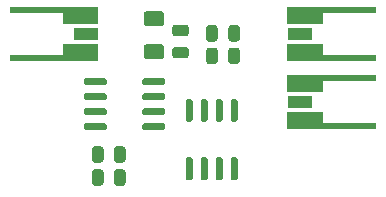
<source format=gbr>
G04 #@! TF.GenerationSoftware,KiCad,Pcbnew,(5.1.6-0-10_14)*
G04 #@! TF.CreationDate,2020-09-02T22:45:38+09:00*
G04 #@! TF.ProjectId,teabiscuits,74656162-6973-4637-9569-74732e6b6963,rev?*
G04 #@! TF.SameCoordinates,Original*
G04 #@! TF.FileFunction,Paste,Top*
G04 #@! TF.FilePolarity,Positive*
%FSLAX46Y46*%
G04 Gerber Fmt 4.6, Leading zero omitted, Abs format (unit mm)*
G04 Created by KiCad (PCBNEW (5.1.6-0-10_14)) date 2020-09-02 22:45:38*
%MOMM*%
%LPD*%
G01*
G04 APERTURE LIST*
%ADD10C,0.100000*%
%ADD11R,2.100000X1.100000*%
G04 APERTURE END LIST*
D10*
G36*
X156550000Y-132860000D02*
G01*
X149050000Y-132860000D01*
X149050000Y-132310000D01*
X153550000Y-132310000D01*
X153550000Y-131380000D01*
X156550000Y-131380000D01*
X156550000Y-132860000D01*
G37*
G36*
X156550000Y-129740000D02*
G01*
X153550000Y-129740000D01*
X153550000Y-128810000D01*
X149050000Y-128810000D01*
X149050000Y-128260000D01*
X156550000Y-128260000D01*
X156550000Y-129740000D01*
G37*
D11*
X155500000Y-130560000D03*
D10*
G36*
X172550000Y-128260000D02*
G01*
X180050000Y-128260000D01*
X180050000Y-128810000D01*
X175550000Y-128810000D01*
X175550000Y-129740000D01*
X172550000Y-129740000D01*
X172550000Y-128260000D01*
G37*
G36*
X172550000Y-131380000D02*
G01*
X175550000Y-131380000D01*
X175550000Y-132310000D01*
X180050000Y-132310000D01*
X180050000Y-132860000D01*
X172550000Y-132860000D01*
X172550000Y-131380000D01*
G37*
D11*
X173600000Y-130560000D03*
D10*
G36*
X172550000Y-134000000D02*
G01*
X180050000Y-134000000D01*
X180050000Y-134550000D01*
X175550000Y-134550000D01*
X175550000Y-135480000D01*
X172550000Y-135480000D01*
X172550000Y-134000000D01*
G37*
G36*
X172550000Y-137120000D02*
G01*
X175550000Y-137120000D01*
X175550000Y-138050000D01*
X180050000Y-138050000D01*
X180050000Y-138600000D01*
X172550000Y-138600000D01*
X172550000Y-137120000D01*
G37*
D11*
X173600000Y-136300000D03*
G36*
G01*
X167550000Y-130956250D02*
X167550000Y-130043750D01*
G75*
G02*
X167793750Y-129800000I243750J0D01*
G01*
X168281250Y-129800000D01*
G75*
G02*
X168525000Y-130043750I0J-243750D01*
G01*
X168525000Y-130956250D01*
G75*
G02*
X168281250Y-131200000I-243750J0D01*
G01*
X167793750Y-131200000D01*
G75*
G02*
X167550000Y-130956250I0J243750D01*
G01*
G37*
G36*
G01*
X165675000Y-130956250D02*
X165675000Y-130043750D01*
G75*
G02*
X165918750Y-129800000I243750J0D01*
G01*
X166406250Y-129800000D01*
G75*
G02*
X166650000Y-130043750I0J-243750D01*
G01*
X166650000Y-130956250D01*
G75*
G02*
X166406250Y-131200000I-243750J0D01*
G01*
X165918750Y-131200000D01*
G75*
G02*
X165675000Y-130956250I0J243750D01*
G01*
G37*
G36*
G01*
X167550000Y-132856250D02*
X167550000Y-131943750D01*
G75*
G02*
X167793750Y-131700000I243750J0D01*
G01*
X168281250Y-131700000D01*
G75*
G02*
X168525000Y-131943750I0J-243750D01*
G01*
X168525000Y-132856250D01*
G75*
G02*
X168281250Y-133100000I-243750J0D01*
G01*
X167793750Y-133100000D01*
G75*
G02*
X167550000Y-132856250I0J243750D01*
G01*
G37*
G36*
G01*
X165675000Y-132856250D02*
X165675000Y-131943750D01*
G75*
G02*
X165918750Y-131700000I243750J0D01*
G01*
X166406250Y-131700000D01*
G75*
G02*
X166650000Y-131943750I0J-243750D01*
G01*
X166650000Y-132856250D01*
G75*
G02*
X166406250Y-133100000I-243750J0D01*
G01*
X165918750Y-133100000D01*
G75*
G02*
X165675000Y-132856250I0J243750D01*
G01*
G37*
G36*
G01*
X156987500Y-142243750D02*
X156987500Y-143156250D01*
G75*
G02*
X156743750Y-143400000I-243750J0D01*
G01*
X156256250Y-143400000D01*
G75*
G02*
X156012500Y-143156250I0J243750D01*
G01*
X156012500Y-142243750D01*
G75*
G02*
X156256250Y-142000000I243750J0D01*
G01*
X156743750Y-142000000D01*
G75*
G02*
X156987500Y-142243750I0J-243750D01*
G01*
G37*
G36*
G01*
X158862500Y-142243750D02*
X158862500Y-143156250D01*
G75*
G02*
X158618750Y-143400000I-243750J0D01*
G01*
X158131250Y-143400000D01*
G75*
G02*
X157887500Y-143156250I0J243750D01*
G01*
X157887500Y-142243750D01*
G75*
G02*
X158131250Y-142000000I243750J0D01*
G01*
X158618750Y-142000000D01*
G75*
G02*
X158862500Y-142243750I0J-243750D01*
G01*
G37*
G36*
G01*
X164380000Y-142950000D02*
X164080000Y-142950000D01*
G75*
G02*
X163930000Y-142800000I0J150000D01*
G01*
X163930000Y-141150000D01*
G75*
G02*
X164080000Y-141000000I150000J0D01*
G01*
X164380000Y-141000000D01*
G75*
G02*
X164530000Y-141150000I0J-150000D01*
G01*
X164530000Y-142800000D01*
G75*
G02*
X164380000Y-142950000I-150000J0D01*
G01*
G37*
G36*
G01*
X165650000Y-142950000D02*
X165350000Y-142950000D01*
G75*
G02*
X165200000Y-142800000I0J150000D01*
G01*
X165200000Y-141150000D01*
G75*
G02*
X165350000Y-141000000I150000J0D01*
G01*
X165650000Y-141000000D01*
G75*
G02*
X165800000Y-141150000I0J-150000D01*
G01*
X165800000Y-142800000D01*
G75*
G02*
X165650000Y-142950000I-150000J0D01*
G01*
G37*
G36*
G01*
X166920000Y-142950000D02*
X166620000Y-142950000D01*
G75*
G02*
X166470000Y-142800000I0J150000D01*
G01*
X166470000Y-141150000D01*
G75*
G02*
X166620000Y-141000000I150000J0D01*
G01*
X166920000Y-141000000D01*
G75*
G02*
X167070000Y-141150000I0J-150000D01*
G01*
X167070000Y-142800000D01*
G75*
G02*
X166920000Y-142950000I-150000J0D01*
G01*
G37*
G36*
G01*
X168190000Y-142950000D02*
X167890000Y-142950000D01*
G75*
G02*
X167740000Y-142800000I0J150000D01*
G01*
X167740000Y-141150000D01*
G75*
G02*
X167890000Y-141000000I150000J0D01*
G01*
X168190000Y-141000000D01*
G75*
G02*
X168340000Y-141150000I0J-150000D01*
G01*
X168340000Y-142800000D01*
G75*
G02*
X168190000Y-142950000I-150000J0D01*
G01*
G37*
G36*
G01*
X168190000Y-138000000D02*
X167890000Y-138000000D01*
G75*
G02*
X167740000Y-137850000I0J150000D01*
G01*
X167740000Y-136200000D01*
G75*
G02*
X167890000Y-136050000I150000J0D01*
G01*
X168190000Y-136050000D01*
G75*
G02*
X168340000Y-136200000I0J-150000D01*
G01*
X168340000Y-137850000D01*
G75*
G02*
X168190000Y-138000000I-150000J0D01*
G01*
G37*
G36*
G01*
X166920000Y-138000000D02*
X166620000Y-138000000D01*
G75*
G02*
X166470000Y-137850000I0J150000D01*
G01*
X166470000Y-136200000D01*
G75*
G02*
X166620000Y-136050000I150000J0D01*
G01*
X166920000Y-136050000D01*
G75*
G02*
X167070000Y-136200000I0J-150000D01*
G01*
X167070000Y-137850000D01*
G75*
G02*
X166920000Y-138000000I-150000J0D01*
G01*
G37*
G36*
G01*
X165650000Y-138000000D02*
X165350000Y-138000000D01*
G75*
G02*
X165200000Y-137850000I0J150000D01*
G01*
X165200000Y-136200000D01*
G75*
G02*
X165350000Y-136050000I150000J0D01*
G01*
X165650000Y-136050000D01*
G75*
G02*
X165800000Y-136200000I0J-150000D01*
G01*
X165800000Y-137850000D01*
G75*
G02*
X165650000Y-138000000I-150000J0D01*
G01*
G37*
G36*
G01*
X164380000Y-138000000D02*
X164080000Y-138000000D01*
G75*
G02*
X163930000Y-137850000I0J150000D01*
G01*
X163930000Y-136200000D01*
G75*
G02*
X164080000Y-136050000I150000J0D01*
G01*
X164380000Y-136050000D01*
G75*
G02*
X164530000Y-136200000I0J-150000D01*
G01*
X164530000Y-137850000D01*
G75*
G02*
X164380000Y-138000000I-150000J0D01*
G01*
G37*
G36*
G01*
X160250000Y-134745000D02*
X160250000Y-134445000D01*
G75*
G02*
X160400000Y-134295000I150000J0D01*
G01*
X162050000Y-134295000D01*
G75*
G02*
X162200000Y-134445000I0J-150000D01*
G01*
X162200000Y-134745000D01*
G75*
G02*
X162050000Y-134895000I-150000J0D01*
G01*
X160400000Y-134895000D01*
G75*
G02*
X160250000Y-134745000I0J150000D01*
G01*
G37*
G36*
G01*
X160250000Y-136015000D02*
X160250000Y-135715000D01*
G75*
G02*
X160400000Y-135565000I150000J0D01*
G01*
X162050000Y-135565000D01*
G75*
G02*
X162200000Y-135715000I0J-150000D01*
G01*
X162200000Y-136015000D01*
G75*
G02*
X162050000Y-136165000I-150000J0D01*
G01*
X160400000Y-136165000D01*
G75*
G02*
X160250000Y-136015000I0J150000D01*
G01*
G37*
G36*
G01*
X160250000Y-137285000D02*
X160250000Y-136985000D01*
G75*
G02*
X160400000Y-136835000I150000J0D01*
G01*
X162050000Y-136835000D01*
G75*
G02*
X162200000Y-136985000I0J-150000D01*
G01*
X162200000Y-137285000D01*
G75*
G02*
X162050000Y-137435000I-150000J0D01*
G01*
X160400000Y-137435000D01*
G75*
G02*
X160250000Y-137285000I0J150000D01*
G01*
G37*
G36*
G01*
X160250000Y-138555000D02*
X160250000Y-138255000D01*
G75*
G02*
X160400000Y-138105000I150000J0D01*
G01*
X162050000Y-138105000D01*
G75*
G02*
X162200000Y-138255000I0J-150000D01*
G01*
X162200000Y-138555000D01*
G75*
G02*
X162050000Y-138705000I-150000J0D01*
G01*
X160400000Y-138705000D01*
G75*
G02*
X160250000Y-138555000I0J150000D01*
G01*
G37*
G36*
G01*
X155300000Y-138555000D02*
X155300000Y-138255000D01*
G75*
G02*
X155450000Y-138105000I150000J0D01*
G01*
X157100000Y-138105000D01*
G75*
G02*
X157250000Y-138255000I0J-150000D01*
G01*
X157250000Y-138555000D01*
G75*
G02*
X157100000Y-138705000I-150000J0D01*
G01*
X155450000Y-138705000D01*
G75*
G02*
X155300000Y-138555000I0J150000D01*
G01*
G37*
G36*
G01*
X155300000Y-137285000D02*
X155300000Y-136985000D01*
G75*
G02*
X155450000Y-136835000I150000J0D01*
G01*
X157100000Y-136835000D01*
G75*
G02*
X157250000Y-136985000I0J-150000D01*
G01*
X157250000Y-137285000D01*
G75*
G02*
X157100000Y-137435000I-150000J0D01*
G01*
X155450000Y-137435000D01*
G75*
G02*
X155300000Y-137285000I0J150000D01*
G01*
G37*
G36*
G01*
X155300000Y-136015000D02*
X155300000Y-135715000D01*
G75*
G02*
X155450000Y-135565000I150000J0D01*
G01*
X157100000Y-135565000D01*
G75*
G02*
X157250000Y-135715000I0J-150000D01*
G01*
X157250000Y-136015000D01*
G75*
G02*
X157100000Y-136165000I-150000J0D01*
G01*
X155450000Y-136165000D01*
G75*
G02*
X155300000Y-136015000I0J150000D01*
G01*
G37*
G36*
G01*
X155300000Y-134745000D02*
X155300000Y-134445000D01*
G75*
G02*
X155450000Y-134295000I150000J0D01*
G01*
X157100000Y-134295000D01*
G75*
G02*
X157250000Y-134445000I0J-150000D01*
G01*
X157250000Y-134745000D01*
G75*
G02*
X157100000Y-134895000I-150000J0D01*
G01*
X155450000Y-134895000D01*
G75*
G02*
X155300000Y-134745000I0J150000D01*
G01*
G37*
G36*
G01*
X163043750Y-131637500D02*
X163956250Y-131637500D01*
G75*
G02*
X164200000Y-131881250I0J-243750D01*
G01*
X164200000Y-132368750D01*
G75*
G02*
X163956250Y-132612500I-243750J0D01*
G01*
X163043750Y-132612500D01*
G75*
G02*
X162800000Y-132368750I0J243750D01*
G01*
X162800000Y-131881250D01*
G75*
G02*
X163043750Y-131637500I243750J0D01*
G01*
G37*
G36*
G01*
X163043750Y-129762500D02*
X163956250Y-129762500D01*
G75*
G02*
X164200000Y-130006250I0J-243750D01*
G01*
X164200000Y-130493750D01*
G75*
G02*
X163956250Y-130737500I-243750J0D01*
G01*
X163043750Y-130737500D01*
G75*
G02*
X162800000Y-130493750I0J243750D01*
G01*
X162800000Y-130006250D01*
G75*
G02*
X163043750Y-129762500I243750J0D01*
G01*
G37*
G36*
G01*
X160625000Y-128625000D02*
X161875000Y-128625000D01*
G75*
G02*
X162125000Y-128875000I0J-250000D01*
G01*
X162125000Y-129625000D01*
G75*
G02*
X161875000Y-129875000I-250000J0D01*
G01*
X160625000Y-129875000D01*
G75*
G02*
X160375000Y-129625000I0J250000D01*
G01*
X160375000Y-128875000D01*
G75*
G02*
X160625000Y-128625000I250000J0D01*
G01*
G37*
G36*
G01*
X160625000Y-131425000D02*
X161875000Y-131425000D01*
G75*
G02*
X162125000Y-131675000I0J-250000D01*
G01*
X162125000Y-132425000D01*
G75*
G02*
X161875000Y-132675000I-250000J0D01*
G01*
X160625000Y-132675000D01*
G75*
G02*
X160375000Y-132425000I0J250000D01*
G01*
X160375000Y-131675000D01*
G75*
G02*
X160625000Y-131425000I250000J0D01*
G01*
G37*
G36*
G01*
X158862500Y-140293750D02*
X158862500Y-141206250D01*
G75*
G02*
X158618750Y-141450000I-243750J0D01*
G01*
X158131250Y-141450000D01*
G75*
G02*
X157887500Y-141206250I0J243750D01*
G01*
X157887500Y-140293750D01*
G75*
G02*
X158131250Y-140050000I243750J0D01*
G01*
X158618750Y-140050000D01*
G75*
G02*
X158862500Y-140293750I0J-243750D01*
G01*
G37*
G36*
G01*
X156987500Y-140293750D02*
X156987500Y-141206250D01*
G75*
G02*
X156743750Y-141450000I-243750J0D01*
G01*
X156256250Y-141450000D01*
G75*
G02*
X156012500Y-141206250I0J243750D01*
G01*
X156012500Y-140293750D01*
G75*
G02*
X156256250Y-140050000I243750J0D01*
G01*
X156743750Y-140050000D01*
G75*
G02*
X156987500Y-140293750I0J-243750D01*
G01*
G37*
M02*

</source>
